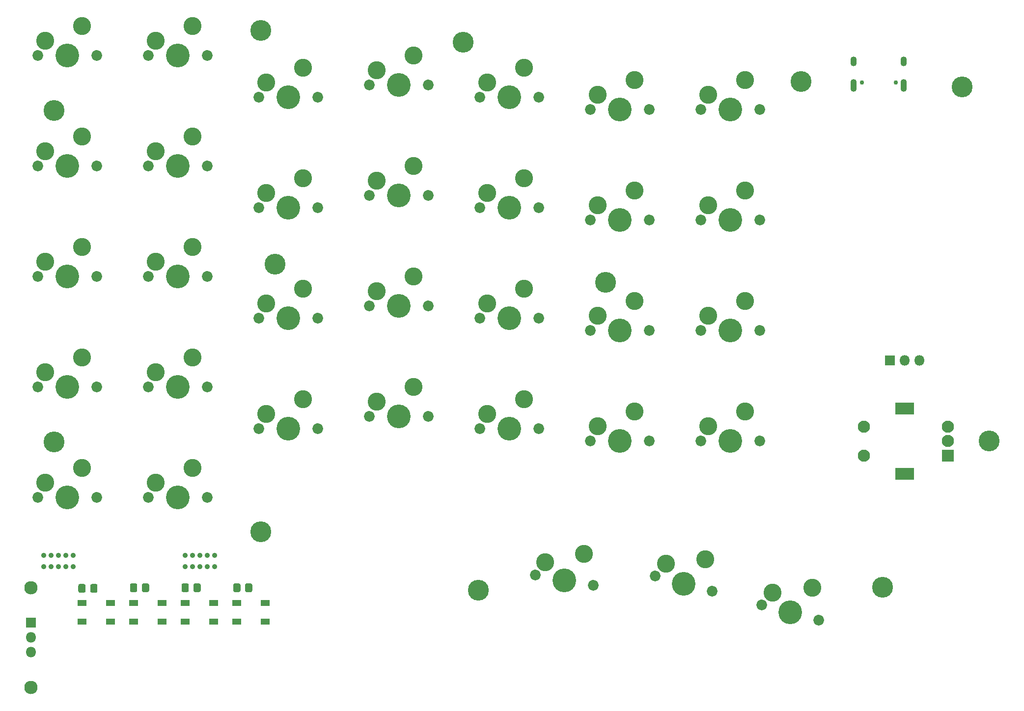
<source format=gts>
G04 #@! TF.GenerationSoftware,KiCad,Pcbnew,(5.1.6)-1*
G04 #@! TF.CreationDate,2020-07-24T22:58:27+03:00*
G04 #@! TF.ProjectId,ergo33,6572676f-3333-42e6-9b69-6361645f7063,rev?*
G04 #@! TF.SameCoordinates,Original*
G04 #@! TF.FileFunction,Soldermask,Top*
G04 #@! TF.FilePolarity,Negative*
%FSLAX46Y46*%
G04 Gerber Fmt 4.6, Leading zero omitted, Abs format (unit mm)*
G04 Created by KiCad (PCBNEW (5.1.6)-1) date 2020-07-24 22:58:27*
%MOMM*%
%LPD*%
G01*
G04 APERTURE LIST*
%ADD10C,0.887400*%
%ADD11R,1.600000X1.100000*%
%ADD12C,2.300000*%
%ADD13O,1.800000X1.800000*%
%ADD14R,1.800000X1.800000*%
%ADD15C,3.600000*%
%ADD16C,0.750000*%
%ADD17O,1.100000X2.200000*%
%ADD18O,1.100000X1.700000*%
%ADD19C,3.100000*%
%ADD20C,4.087800*%
%ADD21C,1.850000*%
%ADD22C,2.100000*%
%ADD23R,3.300000X2.100000*%
%ADD24R,2.100000X2.100000*%
G04 APERTURE END LIST*
D10*
X56200000Y-114446000D03*
X57470000Y-114446000D03*
X58740000Y-114446000D03*
X54930000Y-114446000D03*
X53660000Y-114446000D03*
X56200000Y-116400000D03*
X57470000Y-116400000D03*
X58740000Y-116400000D03*
X54930000Y-116400000D03*
X53660000Y-116400000D03*
X31800000Y-114446000D03*
X33070000Y-114446000D03*
X34340000Y-114446000D03*
X30530000Y-114446000D03*
X29260000Y-114446000D03*
X29260000Y-116400000D03*
X30530000Y-116400000D03*
X34340000Y-116400000D03*
X33070000Y-116400000D03*
X31800000Y-116400000D03*
D11*
X35860000Y-122670000D03*
X35860000Y-125870000D03*
X40760000Y-122670000D03*
X40760000Y-125870000D03*
X49650000Y-125870000D03*
X49650000Y-122670000D03*
X44750000Y-125870000D03*
X44750000Y-122670000D03*
X58550000Y-125870000D03*
X58550000Y-122670000D03*
X53650000Y-125870000D03*
X53650000Y-122670000D03*
D12*
X27100000Y-137250000D03*
X27100000Y-120100000D03*
D11*
X67450000Y-125870000D03*
X67450000Y-122670000D03*
X62550000Y-125870000D03*
X62550000Y-122670000D03*
D13*
X27110000Y-131200000D03*
X27110000Y-128660000D03*
D14*
X27110000Y-126120000D03*
G36*
G01*
X63200000Y-119591738D02*
X63200000Y-120548262D01*
G75*
G02*
X62928262Y-120820000I-271738J0D01*
G01*
X62221738Y-120820000D01*
G75*
G02*
X61950000Y-120548262I0J271738D01*
G01*
X61950000Y-119591738D01*
G75*
G02*
X62221738Y-119320000I271738J0D01*
G01*
X62928262Y-119320000D01*
G75*
G02*
X63200000Y-119591738I0J-271738D01*
G01*
G37*
G36*
G01*
X65250000Y-119591738D02*
X65250000Y-120548262D01*
G75*
G02*
X64978262Y-120820000I-271738J0D01*
G01*
X64271738Y-120820000D01*
G75*
G02*
X64000000Y-120548262I0J271738D01*
G01*
X64000000Y-119591738D01*
G75*
G02*
X64271738Y-119320000I271738J0D01*
G01*
X64978262Y-119320000D01*
G75*
G02*
X65250000Y-119591738I0J-271738D01*
G01*
G37*
G36*
G01*
X54300000Y-119591738D02*
X54300000Y-120548262D01*
G75*
G02*
X54028262Y-120820000I-271738J0D01*
G01*
X53321738Y-120820000D01*
G75*
G02*
X53050000Y-120548262I0J271738D01*
G01*
X53050000Y-119591738D01*
G75*
G02*
X53321738Y-119320000I271738J0D01*
G01*
X54028262Y-119320000D01*
G75*
G02*
X54300000Y-119591738I0J-271738D01*
G01*
G37*
G36*
G01*
X56350000Y-119591738D02*
X56350000Y-120548262D01*
G75*
G02*
X56078262Y-120820000I-271738J0D01*
G01*
X55371738Y-120820000D01*
G75*
G02*
X55100000Y-120548262I0J271738D01*
G01*
X55100000Y-119591738D01*
G75*
G02*
X55371738Y-119320000I271738J0D01*
G01*
X56078262Y-119320000D01*
G75*
G02*
X56350000Y-119591738I0J-271738D01*
G01*
G37*
G36*
G01*
X45410000Y-119591738D02*
X45410000Y-120548262D01*
G75*
G02*
X45138262Y-120820000I-271738J0D01*
G01*
X44431738Y-120820000D01*
G75*
G02*
X44160000Y-120548262I0J271738D01*
G01*
X44160000Y-119591738D01*
G75*
G02*
X44431738Y-119320000I271738J0D01*
G01*
X45138262Y-119320000D01*
G75*
G02*
X45410000Y-119591738I0J-271738D01*
G01*
G37*
G36*
G01*
X47460000Y-119591738D02*
X47460000Y-120548262D01*
G75*
G02*
X47188262Y-120820000I-271738J0D01*
G01*
X46481738Y-120820000D01*
G75*
G02*
X46210000Y-120548262I0J271738D01*
G01*
X46210000Y-119591738D01*
G75*
G02*
X46481738Y-119320000I271738J0D01*
G01*
X47188262Y-119320000D01*
G75*
G02*
X47460000Y-119591738I0J-271738D01*
G01*
G37*
G36*
G01*
X38550000Y-119691738D02*
X38550000Y-120648262D01*
G75*
G02*
X38278262Y-120920000I-271738J0D01*
G01*
X37571738Y-120920000D01*
G75*
G02*
X37300000Y-120648262I0J271738D01*
G01*
X37300000Y-119691738D01*
G75*
G02*
X37571738Y-119420000I271738J0D01*
G01*
X38278262Y-119420000D01*
G75*
G02*
X38550000Y-119691738I0J-271738D01*
G01*
G37*
G36*
G01*
X36500000Y-119691738D02*
X36500000Y-120648262D01*
G75*
G02*
X36228262Y-120920000I-271738J0D01*
G01*
X35521738Y-120920000D01*
G75*
G02*
X35250000Y-120648262I0J271738D01*
G01*
X35250000Y-119691738D01*
G75*
G02*
X35521738Y-119420000I271738J0D01*
G01*
X36228262Y-119420000D01*
G75*
G02*
X36500000Y-119691738I0J-271738D01*
G01*
G37*
D15*
X159800000Y-32800000D03*
X126100000Y-67400000D03*
X101600000Y-26000000D03*
X66700000Y-24000000D03*
X69200000Y-64300000D03*
X31100000Y-37800000D03*
X31050000Y-94950000D03*
X66700000Y-110400000D03*
X104200000Y-120500000D03*
X173900000Y-120000000D03*
X192250000Y-94790000D03*
X187600000Y-33700000D03*
D16*
X176144999Y-32950000D03*
X170364999Y-32950000D03*
D17*
X168934999Y-33480000D03*
X177574999Y-33480000D03*
D18*
X168934999Y-29300000D03*
X177574999Y-29300000D03*
D19*
X150177500Y-51607500D03*
D20*
X147637500Y-56687500D03*
D19*
X143827500Y-54147500D03*
D21*
X142557500Y-56687500D03*
X152717500Y-56687500D03*
D19*
X54927500Y-42257500D03*
D20*
X52387500Y-47337500D03*
D19*
X48577500Y-44797500D03*
D21*
X47307500Y-47337500D03*
X57467500Y-47337500D03*
D19*
X112077500Y-49457500D03*
D20*
X109537500Y-54537500D03*
D19*
X105727500Y-51997500D03*
D21*
X104457500Y-54537500D03*
X114617500Y-54537500D03*
D19*
X73977500Y-68507500D03*
D20*
X71437500Y-73587500D03*
D19*
X67627500Y-71047500D03*
D21*
X66357500Y-73587500D03*
X76517500Y-73587500D03*
D22*
X170667500Y-92291250D03*
X170667500Y-97291250D03*
D23*
X177667500Y-89191250D03*
X177667500Y-100391250D03*
D22*
X185167500Y-92291250D03*
X185167500Y-94791250D03*
D24*
X185167500Y-97291250D03*
D19*
X161752002Y-120069247D03*
D20*
X157983750Y-124318750D03*
D19*
X154960973Y-120879198D03*
D21*
X153076847Y-123003949D03*
X162890653Y-125633551D03*
D19*
X143352002Y-115137997D03*
D20*
X139583750Y-119387500D03*
D19*
X136560973Y-115947948D03*
D21*
X134676847Y-118072699D03*
X144490653Y-120702301D03*
D19*
X122446044Y-114225743D03*
D20*
X119062500Y-118787500D03*
D19*
X115751449Y-115624489D03*
D21*
X114059677Y-117905367D03*
X124065323Y-119669633D03*
D19*
X54927500Y-99407500D03*
D20*
X52387500Y-104487500D03*
D19*
X48577500Y-101947500D03*
D21*
X47307500Y-104487500D03*
X57467500Y-104487500D03*
D19*
X35877500Y-99407500D03*
D20*
X33337500Y-104487500D03*
D19*
X29527500Y-101947500D03*
D21*
X28257500Y-104487500D03*
X38417500Y-104487500D03*
D19*
X150177500Y-89707500D03*
D20*
X147637500Y-94787500D03*
D19*
X143827500Y-92247500D03*
D21*
X142557500Y-94787500D03*
X152717500Y-94787500D03*
D19*
X131127500Y-89707500D03*
D20*
X128587500Y-94787500D03*
D19*
X124777500Y-92247500D03*
D21*
X123507500Y-94787500D03*
X133667500Y-94787500D03*
D19*
X112077500Y-87557500D03*
D20*
X109537500Y-92637500D03*
D19*
X105727500Y-90097500D03*
D21*
X104457500Y-92637500D03*
X114617500Y-92637500D03*
D19*
X93027500Y-85407500D03*
D20*
X90487500Y-90487500D03*
D19*
X86677500Y-87947500D03*
D21*
X85407500Y-90487500D03*
X95567500Y-90487500D03*
D19*
X73977500Y-87557500D03*
D20*
X71437500Y-92637500D03*
D19*
X67627500Y-90097500D03*
D21*
X66357500Y-92637500D03*
X76517500Y-92637500D03*
D19*
X54927500Y-80357500D03*
D20*
X52387500Y-85437500D03*
D19*
X48577500Y-82897500D03*
D21*
X47307500Y-85437500D03*
X57467500Y-85437500D03*
D19*
X35877500Y-80357500D03*
D20*
X33337500Y-85437500D03*
D19*
X29527500Y-82897500D03*
D21*
X28257500Y-85437500D03*
X38417500Y-85437500D03*
D19*
X150177500Y-70657500D03*
D20*
X147637500Y-75737500D03*
D19*
X143827500Y-73197500D03*
D21*
X142557500Y-75737500D03*
X152717500Y-75737500D03*
D19*
X131127500Y-70657500D03*
D20*
X128587500Y-75737500D03*
D19*
X124777500Y-73197500D03*
D21*
X123507500Y-75737500D03*
X133667500Y-75737500D03*
D19*
X112077500Y-68507500D03*
D20*
X109537500Y-73587500D03*
D19*
X105727500Y-71047500D03*
D21*
X104457500Y-73587500D03*
X114617500Y-73587500D03*
D19*
X93027500Y-66357500D03*
D20*
X90487500Y-71437500D03*
D19*
X86677500Y-68897500D03*
D21*
X85407500Y-71437500D03*
X95567500Y-71437500D03*
D19*
X54927500Y-61307500D03*
D20*
X52387500Y-66387500D03*
D19*
X48577500Y-63847500D03*
D21*
X47307500Y-66387500D03*
X57467500Y-66387500D03*
D19*
X35877500Y-61307500D03*
D20*
X33337500Y-66387500D03*
D19*
X29527500Y-63847500D03*
D21*
X28257500Y-66387500D03*
X38417500Y-66387500D03*
D19*
X131127500Y-51607500D03*
D20*
X128587500Y-56687500D03*
D19*
X124777500Y-54147500D03*
D21*
X123507500Y-56687500D03*
X133667500Y-56687500D03*
D19*
X93027500Y-47307500D03*
D20*
X90487500Y-52387500D03*
D19*
X86677500Y-49847500D03*
D21*
X85407500Y-52387500D03*
X95567500Y-52387500D03*
D19*
X73977500Y-49457500D03*
D20*
X71437500Y-54537500D03*
D19*
X67627500Y-51997500D03*
D21*
X66357500Y-54537500D03*
X76517500Y-54537500D03*
D19*
X35877500Y-42257500D03*
D20*
X33337500Y-47337500D03*
D19*
X29527500Y-44797500D03*
D21*
X28257500Y-47337500D03*
X38417500Y-47337500D03*
D19*
X150177500Y-32557500D03*
D20*
X147637500Y-37637500D03*
D19*
X143827500Y-35097500D03*
D21*
X142557500Y-37637500D03*
X152717500Y-37637500D03*
D19*
X131127500Y-32557500D03*
D20*
X128587500Y-37637500D03*
D19*
X124777500Y-35097500D03*
D21*
X123507500Y-37637500D03*
X133667500Y-37637500D03*
D19*
X112077500Y-30407500D03*
D20*
X109537500Y-35487500D03*
D19*
X105727500Y-32947500D03*
D21*
X104457500Y-35487500D03*
X114617500Y-35487500D03*
D19*
X93027500Y-28257500D03*
D20*
X90487500Y-33337500D03*
D19*
X86677500Y-30797500D03*
D21*
X85407500Y-33337500D03*
X95567500Y-33337500D03*
D19*
X73977500Y-30407500D03*
D20*
X71437500Y-35487500D03*
D19*
X67627500Y-32947500D03*
D21*
X66357500Y-35487500D03*
X76517500Y-35487500D03*
D19*
X54927500Y-23207500D03*
D20*
X52387500Y-28287500D03*
D19*
X48577500Y-25747500D03*
D21*
X47307500Y-28287500D03*
X57467500Y-28287500D03*
D19*
X35877500Y-23207500D03*
D20*
X33337500Y-28287500D03*
D19*
X29527500Y-25747500D03*
D21*
X28257500Y-28287500D03*
X38417500Y-28287500D03*
D14*
X175142500Y-80900000D03*
D13*
X177682500Y-80900000D03*
X180222500Y-80900000D03*
M02*

</source>
